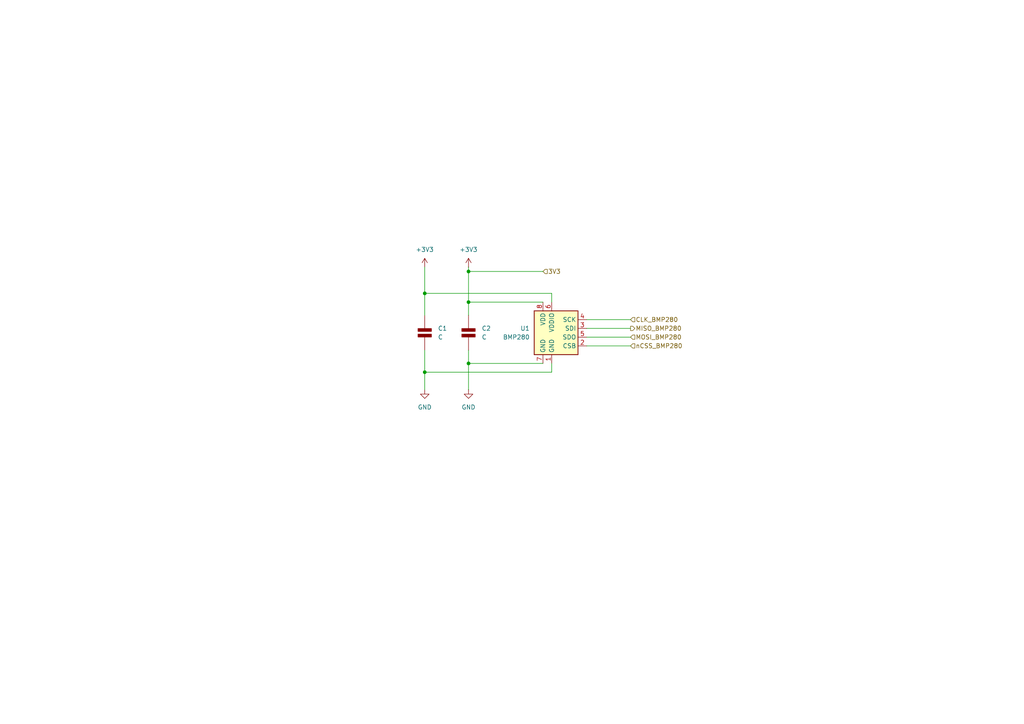
<source format=kicad_sch>
(kicad_sch (version 20250114) (generator "eeschema") (generator_version "9.0")
  (paper "A4")
  (lib_symbols
    (symbol "PCM_Elektuur:C" (pin_numbers (hide yes)) (pin_names (offset 0) (hide yes))
      (property "Reference" "C" (at 0.635 3.175 0))
      (property "Value" "C" (at 0.635 -3.175 0))
      (symbol "C_1_1"
        (rectangle (start -1.905 1.1938) (end 1.905 0.4318) (stroke (width 0.254)) (fill (type outline)))
        (rectangle (start -1.905 -0.4318) (end 1.905 -1.1938) (stroke (width 0.254)) (fill (type outline)))
        (pin passive line (at 0 5.08 270) (length 3.8862) (name "+") (number "1"))
        (pin passive line (at 0 -5.08 90) (length 3.8862) (name "-") (number "2"))
      )
      (symbol "C_1_2"
        (polyline (pts (xy -1.905 0.4318) (xy 1.905 0.4318) (xy 1.905 1.4986) (xy -1.905 1.4986) (xy -1.905 0.4318) (xy -1.8034 0.5334) (xy -1.8034 1.397) (xy 1.8034 1.397) (xy 1.8034 0.5334) (xy -1.8034 0.5334) (xy -1.905 0.4318)) (stroke (width 0.254)) (fill (type outline)))
        (polyline (pts (xy -1.905 -1.4986) (xy 1.905 -1.4986) (xy 1.905 -0.4318) (xy -1.905 -0.4318) (xy -1.905 -1.4986) (xy -1.8034 -1.397) (xy -1.8034 -0.5334) (xy 1.8034 -0.5334) (xy 1.8034 -1.397) (xy -1.8034 -1.397) (xy -1.905 -1.4986)) (stroke (width 0.254)) (fill (type outline)))
        (pin passive line (at 0 5.08 270) (length 3.5814) (name "+") (number "1"))
        (pin passive line (at 0 -5.08 90) (length 3.5814) (name "-") (number "2"))
      )
    )
    (symbol "Sensor_Pressure:BMP280"
      (property "Reference" "U" (at -7.62 10.16 0))
      (property "Value" "BMP280" (at 5.08 10.16 0))
      (symbol "BMP280_0_1"
        (rectangle (start -7.62 -5.08) (end 5.08 7.62) (stroke (width 0.254)) (fill (type background)))
      )
      (symbol "BMP280_1_1"
        (pin input line (at -10.16 5.08 0) (length 2.54) (name "SCK") (number "4"))
        (pin bidirectional line (at -10.16 2.54 0) (length 2.54) (name "SDI") (number "3"))
        (pin bidirectional line (at -10.16 0 0) (length 2.54) (name "SDO") (number "5"))
        (pin input line (at -10.16 -2.54 0) (length 2.54) (name "CSB") (number "2"))
        (pin power_in line (at 0 10.16 270) (length 2.54) (name "VDDIO") (number "6"))
        (pin power_in line (at 0 -7.62 90) (length 2.54) (name "GND") (number "1"))
        (pin power_in line (at 2.54 10.16 270) (length 2.54) (name "VDD") (number "8"))
        (pin power_in line (at 2.54 -7.62 90) (length 2.54) (name "GND") (number "7"))
      )
    )
    (symbol "power:+3V3" (power) (pin_numbers (hide yes)) (pin_names (offset 0) (hide yes))
      (property "Value" "+3V3" (at 0 3.556 0))
      (symbol "+3V3_0_1"
        (polyline (pts (xy -0.762 1.27) (xy 0 2.54)))
        (polyline (pts (xy 0 2.54) (xy 0.762 1.27)))
        (polyline (pts (xy 0 0) (xy 0 2.54)))
      )
      (symbol "+3V3_1_1"
        (pin power_in line (at 0 0 90) (length 0) (name "~") (number "1"))
      )
    )
    (symbol "power:GND" (power) (pin_numbers (hide yes)) (pin_names (offset 0) (hide yes))
      (property "Value" "GND" (at 0 -3.81 0))
      (symbol "GND_0_1"
        (polyline (pts (xy 0 0) (xy 0 -1.27) (xy 1.27 -1.27) (xy 0 -2.54) (xy -1.27 -1.27) (xy 0 -1.27)))
      )
      (symbol "GND_1_1"
        (pin power_in line (at 0 0 270) (length 0) (name "~") (number "1"))
      )
    )
  )
  (junction (at 135.89 87.63))
  (junction (at 135.89 105.41))
  (junction (at 123.19 107.95))
  (junction (at 123.19 85.09))
  (junction (at 135.89 78.74))
  (wire (pts (xy 135.89 78.74) (xy 157.48 78.74)))
  (wire (pts (xy 123.19 107.95) (xy 123.19 113.03)))
  (wire (pts (xy 123.19 85.09) (xy 160.02 85.09)))
  (wire (pts (xy 135.89 77.47) (xy 135.89 78.74)))
  (wire (pts (xy 160.02 87.63) (xy 160.02 85.09)))
  (wire (pts (xy 135.89 105.41) (xy 135.89 113.03)))
  (wire (pts (xy 123.19 77.47) (xy 123.19 85.09)))
  (wire (pts (xy 170.18 92.71) (xy 182.88 92.71)))
  (wire (pts (xy 170.18 95.25) (xy 182.88 95.25)))
  (wire (pts (xy 123.19 101.6) (xy 123.19 107.95)))
  (wire (pts (xy 135.89 87.63) (xy 135.89 91.44)))
  (wire (pts (xy 135.89 78.74) (xy 135.89 87.63)))
  (wire (pts (xy 157.48 105.41) (xy 135.89 105.41)))
  (wire (pts (xy 135.89 101.6) (xy 135.89 105.41)))
  (wire (pts (xy 157.48 87.63) (xy 135.89 87.63)))
  (wire (pts (xy 170.18 97.79) (xy 182.88 97.79)))
  (wire (pts (xy 160.02 107.95) (xy 123.19 107.95)))
  (wire (pts (xy 123.19 85.09) (xy 123.19 91.44)))
  (wire (pts (xy 170.18 100.33) (xy 182.88 100.33)))
  (wire (pts (xy 160.02 105.41) (xy 160.02 107.95)))
  (hierarchical_label "nCSS_BMP280" (shape input) (at 182.88 100.33 0))
  (hierarchical_label "MOSI_BMP280" (shape input) (at 182.88 97.79 0))
  (hierarchical_label "3V3" (shape input) (at 157.48 78.74 0))
  (hierarchical_label "MISO_BMP280" (shape output) (at 182.88 95.25 0))
  (hierarchical_label "CLK_BMP280" (shape input) (at 182.88 92.71 0))
  (symbol (lib_id "PCM_Elektuur:C") (at 123.19 96.52 0) (unit 1)
    (property "Reference" "C1" (at 127 95.2499 0) (effects (justify left)))
    (property "Value" "C" (at 127 97.7899 0) (effects (justify left)))
    (property "Description" "capacitor, non-polarized/bipolar" (effects (hide yes)))
    (property "Indicator" "+" (effects (hide yes)))
    (property "Rating" "V" (effects (hide yes)))
  )
  (symbol (lib_id "power:+3V3") (at 135.89 77.47 0) (unit 1)
    (property "Reference" "#PWR03" (effects (hide yes)))
    (property "Value" "+3V3" (at 135.89 72.39 0))
    (property "Description" "Power symbol creates a global label with name \"+3V3\"" (effects (hide yes)))
  )
  (symbol (lib_id "power:GND") (at 135.89 113.03 0) (unit 1)
    (property "Reference" "#PWR04" (effects (hide yes)))
    (property "Value" "GND" (at 135.89 118.11 0))
    (property "Description" "Power symbol creates a global label with name \"GND\" , ground" (effects (hide yes)))
  )
  (symbol (lib_id "power:+3V3") (at 123.19 77.47 0) (unit 1)
    (property "Reference" "#PWR01" (effects (hide yes)))
    (property "Value" "+3V3" (at 123.19 72.39 0))
    (property "Description" "Power symbol creates a global label with name \"+3V3\"" (effects (hide yes)))
  )
  (symbol (lib_id "Sensor_Pressure:BMP280") (at 160.02 97.79 0) (mirror y) (unit 1)
    (property "Reference" "U1" (at 153.67 95.2499 0) (effects (justify left)))
    (property "Value" "BMP280" (at 153.67 97.7899 0) (effects (justify left)))
    (property "Footprint" "Package_LGA:Bosch_LGA-8_2x2.5mm_P0.65mm_ClockwisePinNumbering" (effects (hide yes)))
    (property "Datasheet" "https://ae-bst.resource.bosch.com/media/_tech/media/datasheets/BST-BMP280-DS001.pdf" (effects (hide yes)))
    (property "Description" "Absolute Barometric Pressure Sensor, LGA-8" (effects (hide yes)))
  )
  (symbol (lib_id "power:GND") (at 123.19 113.03 0) (unit 1)
    (property "Reference" "#PWR02" (effects (hide yes)))
    (property "Value" "GND" (at 123.19 118.11 0))
    (property "Description" "Power symbol creates a global label with name \"GND\" , ground" (effects (hide yes)))
  )
  (symbol (lib_id "PCM_Elektuur:C") (at 135.89 96.52 0) (unit 1)
    (property "Reference" "C2" (at 139.7 95.2499 0) (effects (justify left)))
    (property "Value" "C" (at 139.7 97.7899 0) (effects (justify left)))
    (property "Description" "capacitor, non-polarized/bipolar" (effects (hide yes)))
    (property "Indicator" "+" (effects (hide yes)))
    (property "Rating" "V" (effects (hide yes)))
  )
)
</source>
